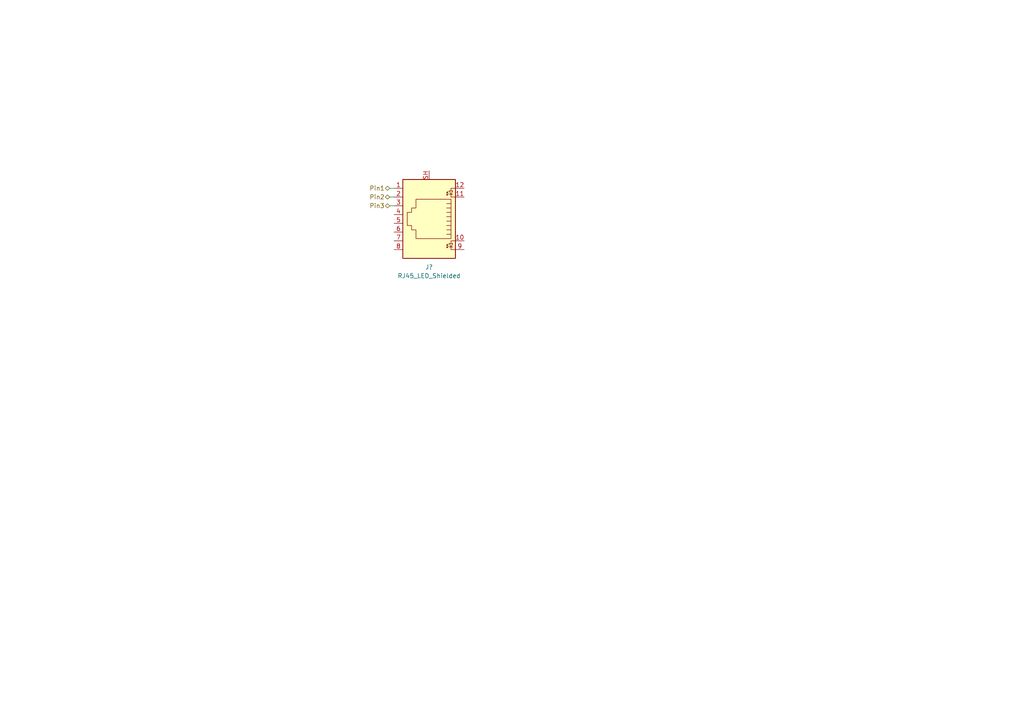
<source format=kicad_sch>
(kicad_sch (version 20211123) (generator eeschema)
  (paper "A4")
  (lib_symbols
    (symbol "Connector:RJ45_LED_Shielded" (pin_names (offset 1.016))
      (property "Reference" "J" (at -5.08 13.97 0))
      (property "Value" "RJ45_LED_Shielded" (at 1.27 13.97 0))
      (symbol "RJ45_LED_Shielded_0_1"
        (polyline (pts (xy -7.62 -7.62) (xy -6.35 -7.62)))
        (polyline (pts (xy -7.62 -5.08) (xy -6.35 -5.08)))
        (polyline (pts (xy -7.62 7.62) (xy -6.35 7.62)))
        (polyline (pts (xy -7.62 10.16) (xy -6.35 10.16)))
        (polyline (pts (xy -6.858 -5.842) (xy -5.842 -5.842)))
        (polyline (pts (xy -6.858 9.398) (xy -5.842 9.398)))
        (polyline (pts (xy -6.35 -7.62) (xy -6.35 -6.858)))
        (polyline (pts (xy -6.35 -5.08) (xy -6.35 -5.842)))
        (polyline (pts (xy -6.35 7.62) (xy -6.35 8.382)))
        (polyline (pts (xy -6.35 10.16) (xy -6.35 9.398)))
        (polyline (pts (xy -5.08 -6.223) (xy -5.207 -6.604)))
        (polyline (pts (xy -5.08 -5.588) (xy -5.207 -5.969)))
        (polyline (pts (xy -5.08 4.445) (xy -6.35 4.445)))
        (polyline (pts (xy -5.08 5.715) (xy -6.35 5.715)))
        (polyline (pts (xy -5.08 9.017) (xy -5.207 8.636)))
        (polyline (pts (xy -5.08 9.652) (xy -5.207 9.271)))
        (polyline (pts (xy -6.35 -3.175) (xy -5.08 -3.175) (xy -5.08 -3.175)))
        (polyline (pts (xy -6.35 -1.905) (xy -5.08 -1.905) (xy -5.08 -1.905)))
        (polyline (pts (xy -6.35 -0.635) (xy -5.08 -0.635) (xy -5.08 -0.635)))
        (polyline (pts (xy -6.35 0.635) (xy -5.08 0.635) (xy -5.08 0.635)))
        (polyline (pts (xy -6.35 1.905) (xy -5.08 1.905) (xy -5.08 1.905)))
        (polyline (pts (xy -5.588 -6.731) (xy -5.08 -6.223) (xy -5.461 -6.35)))
        (polyline (pts (xy -5.588 -6.096) (xy -5.08 -5.588) (xy -5.461 -5.715)))
        (polyline (pts (xy -5.588 8.509) (xy -5.08 9.017) (xy -5.461 8.89)))
        (polyline (pts (xy -5.588 9.144) (xy -5.08 9.652) (xy -5.461 9.525)))
        (polyline (pts (xy -5.08 3.175) (xy -6.35 3.175) (xy -6.35 3.175)))
        (polyline (pts (xy -6.35 -5.842) (xy -6.858 -6.858) (xy -5.842 -6.858) (xy -6.35 -5.842)))
        (polyline (pts (xy -6.35 9.398) (xy -6.858 8.382) (xy -5.842 8.382) (xy -6.35 9.398)))
        (polyline (pts (xy -6.35 -4.445) (xy -6.35 6.985) (xy 3.81 6.985) (xy 3.81 4.445) (xy 5.08 4.445) (xy 5.08 3.175) (xy 6.35 3.175) (xy 6.35 -0.635) (xy 5.08 -0.635) (xy 5.08 -1.905) (xy 3.81 -1.905) (xy 3.81 -4.445) (xy -6.35 -4.445) (xy -6.35 -4.445)))
        (rectangle (start 7.62 12.7) (end -7.62 -10.16) (stroke (width 0.254)) (fill (type background)))
      )
      (symbol "RJ45_LED_Shielded_1_1"
        (pin passive line (at 10.16 -7.62 180) (length 2.54) (name "~") (number "1"))
        (pin passive line (at -10.16 7.62 0) (length 2.54) (name "~") (number "10"))
        (pin passive line (at -10.16 -5.08 0) (length 2.54) (name "~") (number "11"))
        (pin passive line (at -10.16 -7.62 0) (length 2.54) (name "~") (number "12"))
        (pin passive line (at 10.16 -5.08 180) (length 2.54) (name "~") (number "2"))
        (pin passive line (at 10.16 -2.54 180) (length 2.54) (name "~") (number "3"))
        (pin passive line (at 10.16 0 180) (length 2.54) (name "~") (number "4"))
        (pin passive line (at 10.16 2.54 180) (length 2.54) (name "~") (number "5"))
        (pin passive line (at 10.16 5.08 180) (length 2.54) (name "~") (number "6"))
        (pin passive line (at 10.16 7.62 180) (length 2.54) (name "~") (number "7"))
        (pin passive line (at 10.16 10.16 180) (length 2.54) (name "~") (number "8"))
        (pin passive line (at -10.16 10.16 0) (length 2.54) (name "~") (number "9"))
        (pin passive line (at 0 -12.7 90) (length 2.54) (name "~") (number "SH"))
      )
    )
  )
  (wire (pts (xy 113.03 54.61) (xy 114.3 54.61)))
  (wire (pts (xy 113.03 57.15) (xy 114.3 57.15)))
  (wire (pts (xy 113.03 59.69) (xy 114.3 59.69)))
  (hierarchical_label "Pin3" (shape bidirectional) (at 113.03 59.69 180))
  (hierarchical_label "Pin1" (shape bidirectional) (at 113.03 54.61 180))
  (hierarchical_label "Pin2" (shape bidirectional) (at 113.03 57.15 180))
  (symbol (lib_id "Connector:RJ45_LED_Shielded") (at 124.46 62.23 180) (unit 1)
    (property "Reference" "J?" (at 124.46 77.47 0))
    (property "Value" "RJ45_LED_Shielded" (at 124.46 80.01 0))
    (property "Footprint" "Connector_RJ:RJ45_Amphenol_RJHSE538X" (effects hide))
    (property "LCSC" "C464587" (effects hide))
  )
)
</source>
